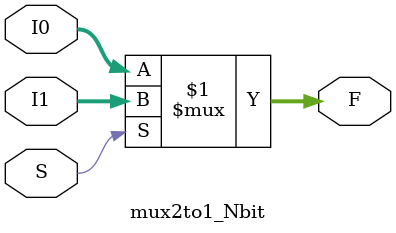
<source format=v>
module Mux4to1Nbit(F, S, I0, I1, I2, I3);
	parameter N = 64;
	input [N-1:0]I0, I1, I2, I3;
	input [2:0]S;
	output [N-1:0]F;
	
	assign F = S[1] ? (S[0] ? I3 : I2) : (S[0] ? I1 : I0);
endmodule

module Mux8to1Nbit(F, S, I0, I1, I2, I3, I4, I5, I6, I7);
	parameter N = 64;
	input [N-1:0]I0, I1, I2, I3, I4, I5, I6, I7;
	input [2:0]S;
	output [N-1:0]F;
	
	assign F = S[2] ? (S[1] ? (S[0] ? I7 : I6) : (S[0] ? I5 : I4)) : (S[1] ? (S[0] ? I3 : I2) : (S[0] ? I1 : I0));
endmodule

module Mux32to1Nbit(F, S, I00, I01, I02, I03, I04, I05, I06, I07, I08, I09,
								  I10, I11, I12, I13, I14, I15, I16, I17, I18, I19,
								  I20, I21, I22, I23, I24, I25, I26, I27, I28, I29,
								  I30, I31);

	parameter N = 8;
	output reg [N-1:0]F; // output
	input [4:0]S; // select
	input [N-1:0]I00, I01, I02, I03, I04, I05, I06, I07, I08, I09;
	input [N-1:0]I10, I11, I12, I13, I14, I15, I16, I17, I18, I19;
	input [N-1:0]I20, I21, I22, I23, I24, I25, I26, I27, I28, I29;
	input [N-1:0]I30, I31;
	
	always @(*) begin
		case(S)
			5'h00: F <= I00;
			5'h01: F <= I01;
			5'h02: F <= I02;
			5'h03: F <= I03;
			5'h04: F <= I04;
			5'h05: F <= I05;
			5'h06: F <= I06;
			5'h07: F <= I07;
			5'h08: F <= I08;
			5'h09: F <= I09;
			5'h0A: F <= I10;
			5'h0B: F <= I11;
			5'h0C: F <= I12;
			5'h0D: F <= I13;
			5'h0E: F <= I14;
			5'h0F: F <= I15;
			5'h10: F <= I16;
			5'h11: F <= I17;
			5'h12: F <= I18;
			5'h13: F <= I19;
			5'h14: F <= I20;
			5'h15: F <= I21;
			5'h16: F <= I22;
			5'h17: F <= I23;
			5'h18: F <= I24;
			5'h19: F <= I25;
			5'h1A: F <= I26;
			5'h1B: F <= I27;
			5'h1C: F <= I28;
			5'h1D: F <= I29;
			5'h1E: F <= I30;
			5'h1F: F <= I31;
		endcase
	end
endmodule

// this is here only to make into a block
module mux2to1_64bit(F, S, I0, I1);
	input [63:0] I0, I1;
	input S;
	output [63:0] F;
	
	assign F = S ? I1 : I0;
endmodule

module mux2to1_32bit(F, S, I0, I1);
	input [31:0] I0, I1;
	input S;
	output [31:0] F;
	
	assign F = S ? I1 : I0;
endmodule

module mux2to1_Nbit(F, S, I0, I1);
	parameter N = 32;
	input [N-1:0] I0, I1;
	input S;
	output [N-1:0] F;
	
	assign F = S ? I1 : I0;
endmodule

</source>
